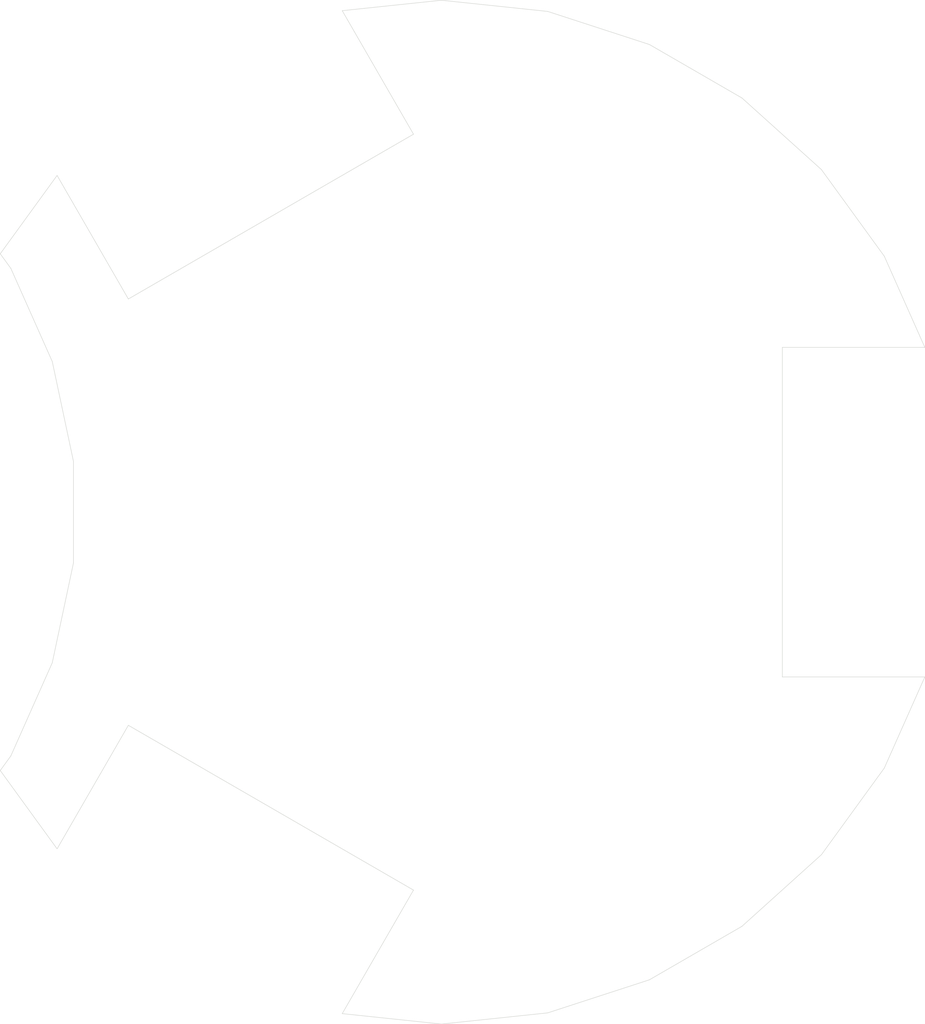
<source format=kicad_pcb>
(kicad_pcb (version 4) (host pcbnew 4.0.2-stable)

  (general
    (links 0)
    (no_connects 0)
    (area 59.395507 -0.275289 249.327124 209.825289)
    (thickness 1.6)
    (drawings 196)
    (tracks 0)
    (zones 0)
    (modules 0)
    (nets 1)
  )

  (page A4)
  (layers
    (0 F.Cu signal)
    (31 B.Cu signal)
    (32 B.Adhes user)
    (33 F.Adhes user)
    (34 B.Paste user)
    (35 F.Paste user)
    (36 B.SilkS user)
    (37 F.SilkS user)
    (38 B.Mask user)
    (39 F.Mask user)
    (40 Dwgs.User user)
    (41 Cmts.User user)
    (42 Eco1.User user)
    (43 Eco2.User user)
    (44 Edge.Cuts user)
    (45 Margin user)
    (46 B.CrtYd user)
    (47 F.CrtYd user)
    (48 B.Fab user)
    (49 F.Fab user)
  )

  (setup
    (last_trace_width 0.25)
    (trace_clearance 0.2)
    (zone_clearance 0.508)
    (zone_45_only no)
    (trace_min 0.2)
    (segment_width 0.2)
    (edge_width 0.15)
    (via_size 0.6)
    (via_drill 0.4)
    (via_min_size 0.4)
    (via_min_drill 0.3)
    (uvia_size 0.3)
    (uvia_drill 0.1)
    (uvias_allowed no)
    (uvia_min_size 0.2)
    (uvia_min_drill 0.1)
    (pcb_text_width 0.3)
    (pcb_text_size 1.5 1.5)
    (mod_edge_width 0.15)
    (mod_text_size 1 1)
    (mod_text_width 0.15)
    (pad_size 1.524 1.524)
    (pad_drill 0.762)
    (pad_to_mask_clearance 0.2)
    (aux_axis_origin 0 0)
    (grid_origin 150.01875 104.775)
    (visible_elements 7FFFFFFF)
    (pcbplotparams
      (layerselection 0x00030_80000001)
      (usegerberextensions false)
      (excludeedgelayer true)
      (linewidth 0.100000)
      (plotframeref false)
      (viasonmask false)
      (mode 1)
      (useauxorigin false)
      (hpglpennumber 1)
      (hpglpenspeed 20)
      (hpglpendiameter 15)
      (hpglpenoverlay 2)
      (psnegative false)
      (psa4output false)
      (plotreference true)
      (plotvalue true)
      (plotinvisibletext false)
      (padsonsilk false)
      (subtractmaskfromsilk false)
      (outputformat 1)
      (mirror false)
      (drillshape 1)
      (scaleselection 1)
      (outputdirectory ""))
  )

  (net 0 "")

  (net_class Default "This is the default net class."
    (clearance 0.2)
    (trace_width 0.25)
    (via_dia 0.6)
    (via_drill 0.4)
    (uvia_dia 0.3)
    (uvia_drill 0.1)
  )

  (gr_line (start 138.50419 167.968764) (end 138.504146 171.468687) (layer Dwgs.User) (width 0.1))
  (gr_line (start 98.017574 146.343888) (end 101.048618 148.093811) (layer Dwgs.User) (width 0.1))
  (gr_line (start 117.798747 119.081885) (end 114.767703 117.331962) (layer Dwgs.User) (width 0.1))
  (gr_line (start 153.738775 139.831839) (end 156.769819 141.581762) (layer Dwgs.User) (width 0.1))
  (gr_line (start 212.019354 125.524764) (end 212.01931 129.024687) (layer Dwgs.User) (width 0.1))
  (gr_line (start 212.019426 80.524888) (end 212.019382 84.024811) (layer Dwgs.User) (width 0.1))
  (gr_line (start 178.519225 125.524839) (end 178.519181 129.024762) (layer Dwgs.User) (width 0.1))
  (gr_line (start 178.519297 80.524962) (end 178.519253 84.024885) (layer Dwgs.User) (width 0.1))
  (gr_line (start 114.767656 90.467881) (end 117.799201 92.218671) (layer Dwgs.User) (width 0.1))
  (gr_line (start 98.017656 61.45603) (end 101.049201 63.206819) (layer Dwgs.User) (width 0.1))
  (gr_line (start 153.738799 67.967881) (end 156.770344 69.718671) (layer Dwgs.User) (width 0.1))
  (gr_line (start 136.988799 38.95603) (end 140.020344 40.706819) (layer Dwgs.User) (width 0.1))
  (gr_line (start 117.041087 90.030579) (end 115.52577 92.655973) (layer Dwgs.User) (width 0.1))
  (gr_line (start 100.291087 61.018728) (end 98.77577 63.644122) (layer Dwgs.User) (width 0.1))
  (gr_line (start 139.26223 38.518728) (end 137.746913 41.144122) (layer Dwgs.User) (width 0.1))
  (gr_line (start 156.01223 67.530579) (end 154.496913 70.155973) (layer Dwgs.User) (width 0.1))
  (gr_line (start 100.290755 145.906152) (end 98.775188 148.531114) (layer Dwgs.User) (width 0.1))
  (gr_line (start 140.019826 169.718923) (end 136.988759 169.718961) (layer Dwgs.User) (width 0.1))
  (gr_line (start 117.040884 116.894227) (end 115.525317 119.519188) (layer Dwgs.User) (width 0.1))
  (gr_line (start 156.012205 139.394536) (end 154.496638 142.019497) (layer Dwgs.User) (width 0.1))
  (gr_line (start 210.503924 127.274961) (end 213.534991 127.274923) (layer Dwgs.User) (width 0.1))
  (gr_line (start 180.034862 127.274997) (end 177.003795 127.275036) (layer Dwgs.User) (width 0.1))
  (gr_line (start 180.034683 82.274688) (end 177.003616 82.274727) (layer Dwgs.User) (width 0.1))
  (gr_line (start 213.534812 82.274614) (end 210.503745 82.274652) (layer Dwgs.User) (width 0.1))
  (gr_line (start 200.309549 23.095786) (end 194.728168 21.909551) (layer Dwgs.User) (width 0.1))
  (gr_line (start 198.143121 19.568423) (end 196.895029 25.436664) (layer Dwgs.User) (width 0.1))
  (gr_line (start 194.535656 186.734111) (end 200.502344 187.360716) (layer Dwgs.User) (width 0.1))
  (gr_line (start 197.817325 184.210127) (end 197.220675 189.8847) (layer Dwgs.User) (width 0.1))
  (gr_line (start 82.165932 104.775039) (end 87.87233 104.77481) (layer Dwgs.User) (width 0.1))
  (gr_line (start 85.018736 101.77524) (end 85.01866 107.775108) (layer Dwgs.User) (width 0.1))
  (gr_line (start 196.895029 25.436664) (end 195.289723 24.510193) (layer Dwgs.User) (width 0.1))
  (gr_line (start 198.739576 25.243513) (end 196.895029 25.436664) (layer Dwgs.User) (width 0.1))
  (gr_line (start 200.11668 24.002727) (end 198.739576 25.243513) (layer Dwgs.User) (width 0.1))
  (gr_line (start 200.502418 22.188844) (end 200.11668 24.002727) (layer Dwgs.User) (width 0.1))
  (gr_line (start 199.748427 20.494893) (end 200.502418 22.188844) (layer Dwgs.User) (width 0.1))
  (gr_line (start 198.143121 19.568423) (end 199.748427 20.494893) (layer Dwgs.User) (width 0.1))
  (gr_line (start 196.298574 19.761574) (end 198.143121 19.568423) (layer Dwgs.User) (width 0.1))
  (gr_line (start 194.920604 21.002859) (end 196.298574 19.761574) (layer Dwgs.User) (width 0.1))
  (gr_line (start 194.535732 22.816242) (end 194.920604 21.002859) (layer Dwgs.User) (width 0.1))
  (gr_line (start 195.289723 24.510193) (end 194.535732 22.816242) (layer Dwgs.User) (width 0.1))
  (gr_line (start 212.019382 84.024811) (end 210.503609 83.149416) (layer Dwgs.User) (width 0.1))
  (gr_line (start 213.534926 83.149811) (end 212.019382 84.024811) (layer Dwgs.User) (width 0.1))
  (gr_line (start 213.534698 81.399416) (end 213.534926 83.149811) (layer Dwgs.User) (width 0.1))
  (gr_line (start 212.019426 80.524888) (end 213.534698 81.399416) (layer Dwgs.User) (width 0.1))
  (gr_line (start 210.503882 81.399888) (end 212.019426 80.524888) (layer Dwgs.User) (width 0.1))
  (gr_line (start 210.503609 83.149416) (end 210.503882 81.399888) (layer Dwgs.User) (width 0.1))
  (gr_line (start 212.01931 129.024687) (end 210.504038 128.150159) (layer Dwgs.User) (width 0.1))
  (gr_line (start 213.534854 128.149687) (end 212.01931 129.024687) (layer Dwgs.User) (width 0.1))
  (gr_line (start 213.535127 126.400159) (end 213.534854 128.149687) (layer Dwgs.User) (width 0.1))
  (gr_line (start 212.019354 125.524764) (end 213.535127 126.400159) (layer Dwgs.User) (width 0.1))
  (gr_line (start 210.50381 126.399764) (end 212.019354 125.524764) (layer Dwgs.User) (width 0.1))
  (gr_line (start 210.504038 128.150159) (end 210.50381 126.399764) (layer Dwgs.User) (width 0.1))
  (gr_line (start 178.519253 84.024885) (end 177.00348 83.149491) (layer Dwgs.User) (width 0.1))
  (gr_line (start 180.034797 83.149885) (end 178.519253 84.024885) (layer Dwgs.User) (width 0.1))
  (gr_line (start 180.034569 81.399491) (end 180.034797 83.149885) (layer Dwgs.User) (width 0.1))
  (gr_line (start 178.519297 80.524962) (end 180.034569 81.399491) (layer Dwgs.User) (width 0.1))
  (gr_line (start 177.003753 81.399962) (end 178.519297 80.524962) (layer Dwgs.User) (width 0.1))
  (gr_line (start 177.00348 83.149491) (end 177.003753 81.399962) (layer Dwgs.User) (width 0.1))
  (gr_line (start 138.504799 41.581819) (end 136.989027 40.706425) (layer Dwgs.User) (width 0.1))
  (gr_line (start 140.020344 40.706819) (end 138.504799 41.581819) (layer Dwgs.User) (width 0.1))
  (gr_line (start 140.020116 38.956425) (end 140.020344 40.706819) (layer Dwgs.User) (width 0.1))
  (gr_line (start 138.504344 38.08103) (end 140.020116 38.956425) (layer Dwgs.User) (width 0.1))
  (gr_line (start 136.988799 38.95603) (end 138.504344 38.08103) (layer Dwgs.User) (width 0.1))
  (gr_line (start 136.989027 40.706425) (end 136.988799 38.95603) (layer Dwgs.User) (width 0.1))
  (gr_line (start 155.254799 70.593671) (end 153.739027 69.718276) (layer Dwgs.User) (width 0.1))
  (gr_line (start 156.770344 69.718671) (end 155.254799 70.593671) (layer Dwgs.User) (width 0.1))
  (gr_line (start 156.770116 67.968276) (end 156.770344 69.718671) (layer Dwgs.User) (width 0.1))
  (gr_line (start 155.254344 67.092881) (end 156.770116 67.968276) (layer Dwgs.User) (width 0.1))
  (gr_line (start 153.738799 67.967881) (end 155.254344 67.092881) (layer Dwgs.User) (width 0.1))
  (gr_line (start 153.739027 69.718276) (end 153.738799 67.967881) (layer Dwgs.User) (width 0.1))
  (gr_line (start 71.118627 173.835545) (end 59.445758 157.769543) (layer Dwgs.User) (width 0.1))
  (gr_line (start 85.746979 148.496594) (end 71.118627 173.835545) (layer Dwgs.User) (width 0.1))
  (gr_line (start 144.290637 182.297185) (end 85.746979 148.496594) (layer Dwgs.User) (width 0.1))
  (gr_line (start 129.661786 207.63527) (end 144.290637 182.297185) (layer Dwgs.User) (width 0.1))
  (gr_line (start 150.019166 209.775288) (end 129.661786 207.63527) (layer Dwgs.User) (width 0.1))
  (gr_line (start 171.849574 207.480663) (end 150.019166 209.775288) (layer Dwgs.User) (width 0.1))
  (gr_line (start 192.726871 200.697203) (end 171.849574 207.480663) (layer Dwgs.User) (width 0.1))
  (gr_line (start 211.736129 189.722203) (end 192.726871 200.697203) (layer Dwgs.User) (width 0.1))
  (gr_line (start 228.049426 175.033663) (end 211.736129 189.722203) (layer Dwgs.User) (width 0.1))
  (gr_line (start 240.951834 157.275288) (end 228.049426 175.033663) (layer Dwgs.User) (width 0.1))
  (gr_line (start 249.277214 138.57527) (end 240.951834 157.275288) (layer Dwgs.User) (width 0.1))
  (gr_line (start 220.019363 138.575185) (end 249.277214 138.57527) (layer Dwgs.User) (width 0.1))
  (gr_line (start 220.019021 70.974594) (end 220.019363 138.575185) (layer Dwgs.User) (width 0.1))
  (gr_line (start 249.277373 70.975545) (end 220.019021 70.974594) (layer Dwgs.User) (width 0.1))
  (gr_line (start 240.951667 52.275) (end 249.277373 70.975545) (layer Dwgs.User) (width 0.1))
  (gr_line (start 228.048639 34.516299) (end 240.951667 52.275) (layer Dwgs.User) (width 0.1))
  (gr_line (start 211.736389 19.828653) (end 228.048639 34.516299) (layer Dwgs.User) (width 0.1))
  (gr_line (start 192.72676 8.85301) (end 211.736389 19.828653) (layer Dwgs.User) (width 0.1))
  (gr_line (start 171.850079 2.069538) (end 192.72676 8.85301) (layer Dwgs.User) (width 0.1))
  (gr_line (start 150.018834 -0.225288) (end 171.850079 2.069538) (layer Dwgs.User) (width 0.1))
  (gr_line (start 129.661659 1.91505) (end 150.018834 -0.225288) (layer Dwgs.User) (width 0.1))
  (gr_line (start 144.290659 27.253222) (end 129.661659 1.91505) (layer Dwgs.User) (width 0.1))
  (gr_line (start 85.747341 61.053222) (end 144.290659 27.253222) (layer Dwgs.User) (width 0.1))
  (gr_line (start 71.118341 35.71505) (end 85.747341 61.053222) (layer Dwgs.User) (width 0.1))
  (gr_line (start 59.446275 51.780438) (end 71.118341 35.71505) (layer Dwgs.User) (width 0.1))
  (gr_line (start 61.621926 54.774777) (end 59.446275 51.780438) (layer Dwgs.User) (width 0.1))
  (gr_line (start 70.124295 73.873311) (end 61.621926 54.774777) (layer Dwgs.User) (width 0.1))
  (gr_line (start 74.471271 94.322494) (end 70.124295 73.873311) (layer Dwgs.User) (width 0.1))
  (gr_line (start 74.471207 115.228384) (end 74.471271 94.322494) (layer Dwgs.User) (width 0.1))
  (gr_line (start 70.124744 135.676089) (end 74.471207 115.228384) (layer Dwgs.User) (width 0.1))
  (gr_line (start 61.622156 154.775175) (end 70.124744 135.676089) (layer Dwgs.User) (width 0.1))
  (gr_line (start 59.445758 157.769543) (end 61.622156 154.775175) (layer Dwgs.User) (width 0.1))
  (gr_line (start 178.519181 129.024762) (end 177.003909 128.150233) (layer Dwgs.User) (width 0.1))
  (gr_line (start 180.034725 128.149762) (end 178.519181 129.024762) (layer Dwgs.User) (width 0.1))
  (gr_line (start 180.034998 126.400233) (end 180.034725 128.149762) (layer Dwgs.User) (width 0.1))
  (gr_line (start 178.519225 125.524839) (end 180.034998 126.400233) (layer Dwgs.User) (width 0.1))
  (gr_line (start 177.003681 126.399839) (end 178.519225 125.524839) (layer Dwgs.User) (width 0.1))
  (gr_line (start 177.003909 128.150233) (end 177.003681 126.399839) (layer Dwgs.User) (width 0.1))
  (gr_line (start 196.298656 189.787716) (end 194.920924 188.547413) (layer Dwgs.User) (width 0.1))
  (gr_line (start 198.142694 189.981684) (end 196.298656 189.787716) (layer Dwgs.User) (width 0.1))
  (gr_line (start 199.748306 189.054684) (end 198.142694 189.981684) (layer Dwgs.User) (width 0.1))
  (gr_line (start 200.502344 187.360716) (end 199.748306 189.054684) (layer Dwgs.User) (width 0.1))
  (gr_line (start 200.117076 185.547413) (end 200.502344 187.360716) (layer Dwgs.User) (width 0.1))
  (gr_line (start 198.739344 184.307111) (end 200.117076 185.547413) (layer Dwgs.User) (width 0.1))
  (gr_line (start 196.895306 184.113143) (end 198.739344 184.307111) (layer Dwgs.User) (width 0.1))
  (gr_line (start 195.289694 185.040143) (end 196.895306 184.113143) (layer Dwgs.User) (width 0.1))
  (gr_line (start 194.535656 186.734111) (end 195.289694 185.040143) (layer Dwgs.User) (width 0.1))
  (gr_line (start 194.920924 188.547413) (end 194.535656 186.734111) (layer Dwgs.User) (width 0.1))
  (gr_line (start 155.254275 142.456762) (end 153.739002 141.582233) (layer Dwgs.User) (width 0.1))
  (gr_line (start 156.769819 141.581762) (end 155.254275 142.456762) (layer Dwgs.User) (width 0.1))
  (gr_line (start 156.770091 139.832233) (end 156.769819 141.581762) (layer Dwgs.User) (width 0.1))
  (gr_line (start 155.254319 138.956839) (end 156.770091 139.832233) (layer Dwgs.User) (width 0.1))
  (gr_line (start 153.738775 139.831839) (end 155.254319 138.956839) (layer Dwgs.User) (width 0.1))
  (gr_line (start 153.739002 141.582233) (end 153.738775 139.831839) (layer Dwgs.User) (width 0.1))
  (gr_line (start 99.533656 64.081819) (end 98.017884 63.206425) (layer Dwgs.User) (width 0.1))
  (gr_line (start 101.049201 63.206819) (end 99.533656 64.081819) (layer Dwgs.User) (width 0.1))
  (gr_line (start 101.048973 61.456425) (end 101.049201 63.206819) (layer Dwgs.User) (width 0.1))
  (gr_line (start 99.533201 60.58103) (end 101.048973 61.456425) (layer Dwgs.User) (width 0.1))
  (gr_line (start 98.017656 61.45603) (end 99.533201 60.58103) (layer Dwgs.User) (width 0.1))
  (gr_line (start 98.017884 63.206425) (end 98.017656 61.45603) (layer Dwgs.User) (width 0.1))
  (gr_line (start 116.283656 93.093671) (end 114.767884 92.218276) (layer Dwgs.User) (width 0.1))
  (gr_line (start 117.799201 92.218671) (end 116.283656 93.093671) (layer Dwgs.User) (width 0.1))
  (gr_line (start 117.798973 90.468276) (end 117.799201 92.218671) (layer Dwgs.User) (width 0.1))
  (gr_line (start 116.283201 89.592881) (end 117.798973 90.468276) (layer Dwgs.User) (width 0.1))
  (gr_line (start 114.767656 90.467881) (end 116.283201 89.592881) (layer Dwgs.User) (width 0.1))
  (gr_line (start 114.767884 92.218276) (end 114.767656 90.467881) (layer Dwgs.User) (width 0.1))
  (gr_line (start 116.283203 119.956885) (end 114.767431 119.081491) (layer Dwgs.User) (width 0.1))
  (gr_line (start 117.798747 119.081885) (end 116.283203 119.956885) (layer Dwgs.User) (width 0.1))
  (gr_line (start 117.79852 117.331491) (end 117.798747 119.081885) (layer Dwgs.User) (width 0.1))
  (gr_line (start 116.283247 116.456962) (end 117.79852 117.331491) (layer Dwgs.User) (width 0.1))
  (gr_line (start 114.767703 117.331962) (end 116.283247 116.456962) (layer Dwgs.User) (width 0.1))
  (gr_line (start 114.767431 119.081491) (end 114.767703 117.331962) (layer Dwgs.User) (width 0.1))
  (gr_line (start 138.504146 171.468687) (end 136.988873 170.594159) (layer Dwgs.User) (width 0.1))
  (gr_line (start 140.01969 170.593687) (end 138.504146 171.468687) (layer Dwgs.User) (width 0.1))
  (gr_line (start 140.019962 168.844159) (end 140.01969 170.593687) (layer Dwgs.User) (width 0.1))
  (gr_line (start 138.50419 167.968764) (end 140.019962 168.844159) (layer Dwgs.User) (width 0.1))
  (gr_line (start 136.988646 168.843764) (end 138.50419 167.968764) (layer Dwgs.User) (width 0.1))
  (gr_line (start 136.988873 170.594159) (end 136.988646 168.843764) (layer Dwgs.User) (width 0.1))
  (gr_line (start 83.255788 107.201725) (end 82.165779 105.701775) (layer Dwgs.User) (width 0.1))
  (gr_line (start 85.01866 107.775108) (end 83.255788 107.201725) (layer Dwgs.User) (width 0.1))
  (gr_line (start 86.78263 107.202394) (end 85.01866 107.775108) (layer Dwgs.User) (width 0.1))
  (gr_line (start 87.872177 105.701545) (end 86.78263 107.202394) (layer Dwgs.User) (width 0.1))
  (gr_line (start 87.872483 103.848074) (end 87.872177 105.701545) (layer Dwgs.User) (width 0.1))
  (gr_line (start 86.782474 102.348123) (end 87.872483 103.848074) (layer Dwgs.User) (width 0.1))
  (gr_line (start 85.018736 101.77524) (end 86.782474 102.348123) (layer Dwgs.User) (width 0.1))
  (gr_line (start 83.255632 102.347455) (end 85.018736 101.77524) (layer Dwgs.User) (width 0.1))
  (gr_line (start 82.166085 103.848304) (end 83.255632 102.347455) (layer Dwgs.User) (width 0.1))
  (gr_line (start 82.165779 105.701775) (end 82.166085 103.848304) (layer Dwgs.User) (width 0.1))
  (gr_line (start 99.533074 148.968811) (end 98.017302 148.093416) (layer Dwgs.User) (width 0.1))
  (gr_line (start 101.048618 148.093811) (end 99.533074 148.968811) (layer Dwgs.User) (width 0.1))
  (gr_line (start 101.048391 146.343416) (end 101.048618 148.093811) (layer Dwgs.User) (width 0.1))
  (gr_line (start 99.533118 145.468888) (end 101.048391 146.343416) (layer Dwgs.User) (width 0.1))
  (gr_line (start 98.017574 146.343888) (end 99.533118 145.468888) (layer Dwgs.User) (width 0.1))
  (gr_line (start 98.017302 148.093416) (end 98.017574 146.343888) (layer Dwgs.User) (width 0.1))
  (gr_line (start 71.118377 173.835545) (end 59.445508 157.769543) (layer Edge.Cuts) (width 0.1))
  (gr_line (start 85.746729 148.496594) (end 71.118377 173.835545) (layer Edge.Cuts) (width 0.1))
  (gr_line (start 144.290387 182.297185) (end 85.746729 148.496594) (layer Edge.Cuts) (width 0.1))
  (gr_line (start 129.661536 207.63527) (end 144.290387 182.297185) (layer Edge.Cuts) (width 0.1))
  (gr_line (start 150.018916 209.775288) (end 129.661536 207.63527) (layer Edge.Cuts) (width 0.1))
  (gr_line (start 171.849324 207.480663) (end 150.018916 209.775288) (layer Edge.Cuts) (width 0.1))
  (gr_line (start 192.726621 200.697203) (end 171.849324 207.480663) (layer Edge.Cuts) (width 0.1))
  (gr_line (start 211.735879 189.722203) (end 192.726621 200.697203) (layer Edge.Cuts) (width 0.1))
  (gr_line (start 228.049176 175.033663) (end 211.735879 189.722203) (layer Edge.Cuts) (width 0.1))
  (gr_line (start 240.951584 157.275288) (end 228.049176 175.033663) (layer Edge.Cuts) (width 0.1))
  (gr_line (start 249.276964 138.57527) (end 240.951584 157.275288) (layer Edge.Cuts) (width 0.1))
  (gr_line (start 220.019113 138.575185) (end 249.276964 138.57527) (layer Edge.Cuts) (width 0.1))
  (gr_line (start 220.018771 70.974594) (end 220.019113 138.575185) (layer Edge.Cuts) (width 0.1))
  (gr_line (start 249.277123 70.975545) (end 220.018771 70.974594) (layer Edge.Cuts) (width 0.1))
  (gr_line (start 240.951417 52.275) (end 249.277123 70.975545) (layer Edge.Cuts) (width 0.1))
  (gr_line (start 228.048389 34.516299) (end 240.951417 52.275) (layer Edge.Cuts) (width 0.1))
  (gr_line (start 211.736139 19.828653) (end 228.048389 34.516299) (layer Edge.Cuts) (width 0.1))
  (gr_line (start 192.72651 8.85301) (end 211.736139 19.828653) (layer Edge.Cuts) (width 0.1))
  (gr_line (start 171.849829 2.069538) (end 192.72651 8.85301) (layer Edge.Cuts) (width 0.1))
  (gr_line (start 150.018584 -0.225288) (end 171.849829 2.069538) (layer Edge.Cuts) (width 0.1))
  (gr_line (start 129.661409 1.91505) (end 150.018584 -0.225288) (layer Edge.Cuts) (width 0.1))
  (gr_line (start 144.290409 27.253222) (end 129.661409 1.91505) (layer Edge.Cuts) (width 0.1))
  (gr_line (start 85.747091 61.053222) (end 144.290409 27.253222) (layer Edge.Cuts) (width 0.1))
  (gr_line (start 71.118091 35.71505) (end 85.747091 61.053222) (layer Edge.Cuts) (width 0.1))
  (gr_line (start 59.446025 51.780438) (end 71.118091 35.71505) (layer Edge.Cuts) (width 0.1))
  (gr_line (start 61.621676 54.774777) (end 59.446025 51.780438) (layer Edge.Cuts) (width 0.1))
  (gr_line (start 70.124045 73.873311) (end 61.621676 54.774777) (layer Edge.Cuts) (width 0.1))
  (gr_line (start 74.471021 94.322494) (end 70.124045 73.873311) (layer Edge.Cuts) (width 0.1))
  (gr_line (start 74.470957 115.228384) (end 74.471021 94.322494) (layer Edge.Cuts) (width 0.1))
  (gr_line (start 70.124494 135.676089) (end 74.470957 115.228384) (layer Edge.Cuts) (width 0.1))
  (gr_line (start 61.621906 154.775175) (end 70.124494 135.676089) (layer Edge.Cuts) (width 0.1))
  (gr_line (start 59.445508 157.769543) (end 61.621906 154.775175) (layer Edge.Cuts) (width 0.1))

)

</source>
